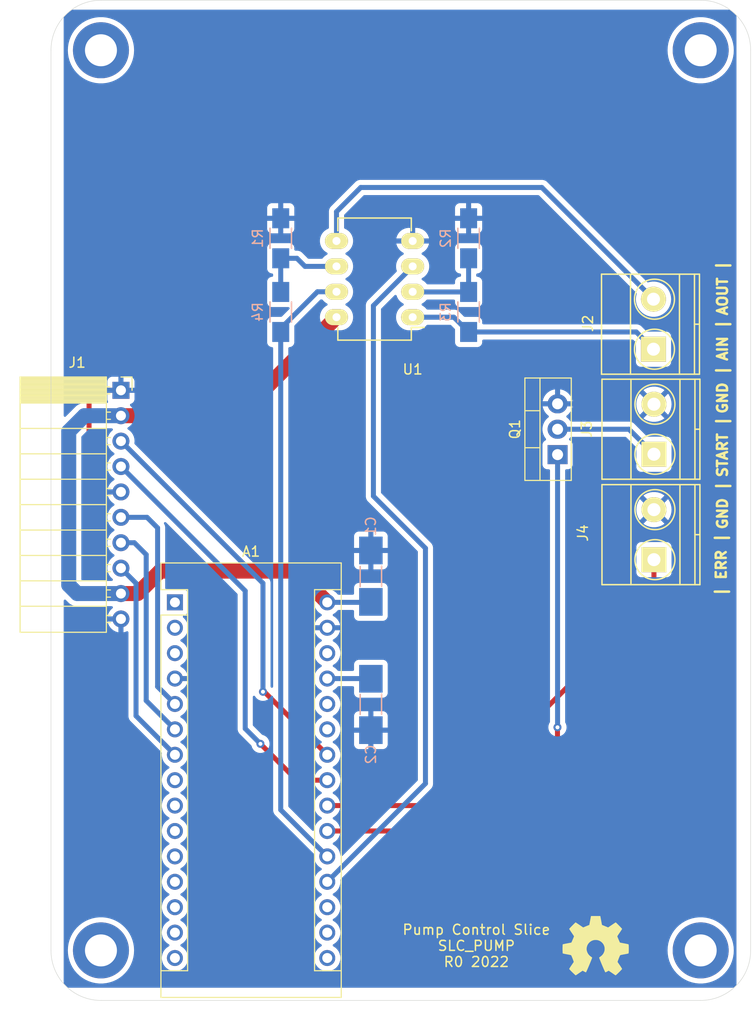
<source format=kicad_pcb>
(kicad_pcb (version 20240108) (generator "pcbnew") (generator_version "8.0")
  (layers (0 "F.Cu" signal) (31 "B.Cu" signal) (34 "B.Paste" user) (35 "F.Paste" user) (36 "B.SilkS" user "B.Silkscreen") (37 "F.SilkS" user "F.Silkscreen") (38 "B.Mask" user) (39 "F.Mask" user) (44 "Edge.Cuts" user))
  (net 0 "")
  (net 4 "GND")
  (net 7 "/A_TO_PUMP")
  (net 8 "+5V")
  (net 9 "/A_FB")
  (net 10 "/start_sw")
  (net 11 "/error_io")
  (net 14 "/I2C_CLK")
  (net 16 "/I2C_DAT")
  (net 18 "/SYNC")
  (net 20 "/E_STOP")
  (net 28 "+12V")
  (net 29 "/INT")
  (net 30 "/start")
  (net 31 "Net-(R1-Pad2)")
  (net 32 "Net-(R2-Pad2)")
  (net 33 "/A_IN")
  (net 34 "/A_OUT")
  (footprint "MountingHole:MountingHole_3.2mm_M3_DIN965_Pad" (layer "F.Cu") (at 127.6 44.8)
    (property "Reference" "H1" (hide yes))
    (property "Value" "MountingHole")
    (pad "1" thru_hole circle (at 0 0) (size 5.6 5.6) (drill 3.2) (layers "*.Cu" "*.Mask"))
  )
  (footprint "MountingHole:MountingHole_3.2mm_M3_DIN965_Pad" (layer "F.Cu") (at 187.6 44.8)
    (property "Reference" "H2" (hide yes))
    (property "Value" "MountingHole")
    (pad "1" thru_hole circle (at 0 0) (size 5.6 5.6) (drill 3.2) (layers "*.Cu" "*.Mask"))
  )
  (footprint "MountingHole:MountingHole_3.2mm_M3_DIN965_Pad" (layer "F.Cu") (at 127.6 134.8)
    (property "Reference" "H3" (hide yes))
    (property "Value" "MountingHole")
    (pad "1" thru_hole circle (at 0 0) (size 5.6 5.6) (drill 3.2) (layers "*.Cu" "*.Mask"))
  )
  (footprint "MountingHole:MountingHole_3.2mm_M3_DIN965_Pad" (layer "F.Cu") (at 187.6 134.8)
    (property "Reference" "H4" (hide yes))
    (property "Value" "MountingHole")
    (pad "1" thru_hole circle (at 0 0) (size 5.6 5.6) (drill 3.2) (layers "*.Cu" "*.Mask"))
  )
  (footprint "Module:Arduino_Nano" (layer "F.Cu") (at 135 100)
    (property "Reference" "A1" (at 7.62 -5.08 0) (layer "F.SilkS"))
    (property "Value" "Arduino_Nano_v3.x")
    (fp_line (start -1.4 -3.94) (end -1.4 -1.27) (stroke (width 0.12)) (layer "F.SilkS"))
    (fp_line (start -1.4 1.27) (end -1.4 39.5) (stroke (width 0.12)) (layer "F.SilkS"))
    (fp_line (start -1.4 39.5) (end 16.64 39.5) (stroke (width 0.12)) (layer "F.SilkS"))
    (fp_line (start 1.27 -1.27) (end -1.4 -1.27) (stroke (width 0.12)) (layer "F.SilkS"))
    (fp_line (start 1.27 1.27) (end -1.4 1.27) (stroke (width 0.12)) (layer "F.SilkS"))
    (fp_line (start 1.27 1.27) (end 1.27 -1.27) (stroke (width 0.12)) (layer "F.SilkS"))
    (fp_line (start 1.27 1.27) (end 1.27 36.83) (stroke (width 0.12)) (layer "F.SilkS"))
    (fp_line (start 1.27 36.83) (end -1.4 36.83) (stroke (width 0.12)) (layer "F.SilkS"))
    (fp_line (start 13.97 -1.27) (end 13.97 36.83) (stroke (width 0.12)) (layer "F.SilkS"))
    (fp_line (start 13.97 -1.27) (end 16.64 -1.27) (stroke (width 0.12)) (layer "F.SilkS"))
    (fp_line (start 13.97 36.83) (end 16.64 36.83) (stroke (width 0.12)) (layer "F.SilkS"))
    (fp_line (start 16.64 -3.94) (end -1.4 -3.94) (stroke (width 0.12)) (layer "F.SilkS"))
    (fp_line (start 16.64 39.5) (end 16.64 -3.94) (stroke (width 0.12)) (layer "F.SilkS"))
    (pad "1" thru_hole rect (at 0 0) (size 1.6 1.6) (drill 1) (layers "*.Cu" "*.Mask"))
    (pad "2" thru_hole oval (at 0 2.54) (size 1.6 1.6) (drill 1) (layers "*.Cu" "*.Mask"))
    (pad "3" thru_hole oval (at 0 5.08) (size 1.6 1.6) (drill 1) (layers "*.Cu" "*.Mask"))
    (pad "4" thru_hole oval (at 0 7.62) (size 1.6 1.6) (drill 1) (layers "*.Cu" "*.Mask") (net 4 "GND"))
    (pad "5" thru_hole oval (at 0 10.16) (size 1.6 1.6) (drill 1) (layers "*.Cu" "*.Mask") (net 20 "/E_STOP"))
    (pad "6" thru_hole oval (at 0 12.7) (size 1.6 1.6) (drill 1) (layers "*.Cu" "*.Mask") (net 29 "/INT"))
    (pad "7" thru_hole oval (at 0 15.24) (size 1.6 1.6) (drill 1) (layers "*.Cu" "*.Mask") (net 18 "/SYNC"))
    (pad "8" thru_hole oval (at 0 17.78) (size 1.6 1.6) (drill 1) (layers "*.Cu" "*.Mask"))
    (pad "9" thru_hole oval (at 0 20.32) (size 1.6 1.6) (drill 1) (layers "*.Cu" "*.Mask"))
    (pad "10" thru_hole oval (at 0 22.86) (size 1.6 1.6) (drill 1) (layers "*.Cu" "*.Mask"))
    (pad "11" thru_hole oval (at 0 25.4) (size 1.6 1.6) (drill 1) (layers "*.Cu" "*.Mask"))
    (pad "12" thru_hole oval (at 0 27.94) (size 1.6 1.6) (drill 1) (layers "*.Cu" "*.Mask"))
    (pad "13" thru_hole oval (at 0 30.48) (size 1.6 1.6) (drill 1) (layers "*.Cu" "*.Mask"))
    (pad "14" thru_hole oval (at 0 33.02) (size 1.6 1.6) (drill 1) (layers "*.Cu" "*.Mask"))
    (pad "15" thru_hole oval (at 0 35.56) (size 1.6 1.6) (drill 1) (layers "*.Cu" "*.Mask"))
    (pad "16" thru_hole oval (at 15.24 35.56) (size 1.6 1.6) (drill 1) (layers "*.Cu" "*.Mask"))
    (pad "17" thru_hole oval (at 15.24 33.02) (size 1.6 1.6) (drill 1) (layers "*.Cu" "*.Mask"))
    (pad "18" thru_hole oval (at 15.24 30.48) (size 1.6 1.6) (drill 1) (layers "*.Cu" "*.Mask"))
    (pad "19" thru_hole oval (at 15.24 27.94) (size 1.6 1.6) (drill 1) (layers "*.Cu" "*.Mask") (net 7 "/A_TO_PUMP"))
    (pad "20" thru_hole oval (at 15.24 25.4) (size 1.6 1.6) (drill 1) (layers "*.Cu" "*.Mask") (net 9 "/A_FB"))
    (pad "21" thru_hole oval (at 15.24 22.86) (size 1.6 1.6) (drill 1) (layers "*.Cu" "*.Mask") (net 10 "/start_sw"))
    (pad "22" thru_hole oval (at 15.24 20.32) (size 1.6 1.6) (drill 1) (layers "*.Cu" "*.Mask") (net 11 "/error_io"))
    (pad "23" thru_hole oval (at 15.24 17.78) (size 1.6 1.6) (drill 1) (layers "*.Cu" "*.Mask") (net 16 "/I2C_DAT"))
    (pad "24" thru_hole oval (at 15.24 15.24) (size 1.6 1.6) (drill 1) (layers "*.Cu" "*.Mask") (net 14 "/I2C_CLK"))
    (pad "25" thru_hole oval (at 15.24 12.7) (size 1.6 1.6) (drill 1) (layers "*.Cu" "*.Mask"))
    (pad "26" thru_hole oval (at 15.24 10.16) (size 1.6 1.6) (drill 1) (layers "*.Cu" "*.Mask"))
    (pad "27" thru_hole oval (at 15.24 7.62) (size 1.6 1.6) (drill 1) (layers "*.Cu" "*.Mask") (net 8 "+5V"))
    (pad "28" thru_hole oval (at 15.24 5.08) (size 1.6 1.6) (drill 1) (layers "*.Cu" "*.Mask"))
    (pad "29" thru_hole oval (at 15.24 2.54) (size 1.6 1.6) (drill 1) (layers "*.Cu" "*.Mask") (net 4 "GND"))
    (pad "30" thru_hole oval (at 15.24 0) (size 1.6 1.6) (drill 1) (layers "*.Cu" "*.Mask") (net 28 "+12V"))
  )
  (footprint "Connector_PinSocket_2.54mm:PinSocket_1x10_P2.54mm_Horizontal" (layer "F.Cu") (at 129.6 78.8)
    (property "Reference" "J1" (at -4.38 -2.77 0) (layer "F.SilkS"))
    (property "Value" "Conn_01x10_Female")
    (fp_line (start -10.09 -1.33) (end -10.09 24.19) (stroke (width 0.12)) (layer "F.SilkS"))
    (fp_line (start -10.09 -1.33) (end -1.46 -1.33) (stroke (width 0.12)) (layer "F.SilkS"))
    (fp_line (start -10.09 -1.21) (end -1.46 -1.21) (stroke (width 0.12)) (layer "F.SilkS"))
    (fp_line (start -10.09 -1.091905) (end -1.46 -1.091905) (stroke (width 0.12)) (layer "F.SilkS"))
    (fp_line (start -10.09 -0.97381) (end -1.46 -0.97381) (stroke (width 0.12)) (layer "F.SilkS"))
    (fp_line (start -10.09 -0.855715) (end -1.46 -0.855715) (stroke (width 0.12)) (layer "F.SilkS"))
    (fp_line (start -10.09 -0.73762) (end -1.46 -0.73762) (stroke (width 0.12)) (layer "F.SilkS"))
    (fp_line (start -10.09 -0.619525) (end -1.46 -0.619525) (stroke (width 0.12)) (layer "F.SilkS"))
    (fp_line (start -10.09 -0.50143) (end -1.46 -0.50143) (stroke (width 0.12)) (layer "F.SilkS"))
    (fp_line (start -10.09 -0.383335) (end -1.46 -0.383335) (stroke (width 0.12)) (layer "F.SilkS"))
    (fp_line (start -10.09 -0.26524) (end -1.46 -0.26524) (stroke (width 0.12)) (layer "F.SilkS"))
    (fp_line (start -10.09 -0.147145) (end -1.46 -0.147145) (stroke (width 0.12)) (layer "F.SilkS"))
    (fp_line (start -10.09 -0.02905) (end -1.46 -0.02905) (stroke (width 0.12)) (layer "F.SilkS"))
    (fp_line (start -10.09 0.089045) (end -1.46 0.089045) (stroke (width 0.12)) (layer "F.SilkS"))
    (fp_line (start -10.09 0.20714) (end -1.46 0.20714) (stroke (width 0.12)) (layer "F.SilkS"))
    (fp_line (start -10.09 0.325235) (end -1.46 0.325235) (stroke (width 0.12)) (layer "F.SilkS"))
    (fp_line (start -10.09 0.44333) (end -1.46 0.44333) (stroke (width 0.12)) (layer "F.SilkS"))
    (fp_line (start -10.09 0.561425) (end -1.46 0.561425) (stroke (width 0.12)) (layer "F.SilkS"))
    (fp_line (start -10.09 0.67952) (end -1.46 0.67952) (stroke (width 0.12)) (layer "F.SilkS"))
    (fp_line (start -10.09 0.797615) (end -1.46 0.797615) (stroke (width 0.12)) (layer "F.SilkS"))
    (fp_line (start -10.09 0.91571) (end -1.46 0.91571) (stroke (width 0.12)) (layer "F.SilkS"))
    (fp_line (start -10.09 1.033805) (end -1.46 1.033805) (stroke (width 0.12)) (layer "F.SilkS"))
    (fp_line (start -10.09 1.1519) (end -1.46 1.1519) (stroke (width 0.12)) (layer "F.SilkS"))
    (fp_line (start -10.09 1.27) (end -1.46 1.27) (stroke (width 0.12)) (layer "F.SilkS"))
    (fp_line (start -10.09 3.81) (end -1.46 3.81) (stroke (width 0.12)) (layer "F.SilkS"))
    (fp_line (start -10.09 6.35) (end -1.46 6.35) (stroke (width 0.12)) (layer "F.SilkS"))
    (fp_line (start -10.09 8.89) (end -1.46 8.89) (stroke (width 0.12)) (layer "F.SilkS"))
    (fp_line (start -10.09 11.43) (end -1.46 11.43) (stroke (width 0.12)) (layer "F.SilkS"))
    (fp_line (start -10.09 13.97) (end -1.46 13.97) (stroke (width 0.12)) (layer "F.SilkS"))
    (fp_line (start -10.09 16.51) (end -1.46 16.51) (stroke (width 0.12)) (layer "F.SilkS"))
    (fp_line (start -10.09 19.05) (end -1.46 19.05) (stroke (width 0.12)) (layer "F.SilkS"))
    (fp_line (start -10.09 21.59) (end -1.46 21.59) (stroke (width 0.12)) (layer "F.SilkS"))
    (fp_line (start -10.09 24.19) (end -1.46 24.19) (stroke (width 0.12)) (layer "F.SilkS"))
    (fp_line (start -1.46 -1.33) (end -1.46 24.19) (stroke (width 0.12)) (layer "F.SilkS"))
    (fp_line (start -1.46 -0.36) (end -1.11 -0.36) (stroke (width 0.12)) (layer "F.SilkS"))
    (fp_line (start -1.46 0.36) (end -1.11 0.36) (stroke (width 0.12)) (layer "F.SilkS"))
    (fp_line (start -1.46 2.18) (end -1.05 2.18) (stroke (width 0.12)) (layer "F.SilkS"))
    (fp_line (start -1.46 2.9) (end -1.05 2.9) (stroke (width 0.12)) (layer "F.SilkS"))
    (fp_line (start -1.46 4.72) (end -1.05 4.72) (stroke (width 0.12)) (layer "F.SilkS"))
    (fp_line (start -1.46 5.44) (end -1.05 5.44) (stroke (width 0.12)) (layer "F.SilkS"))
    (fp_line (start -1.46 7.26) (end -1.05 7.26) (stroke (width 0.12)) (layer "F.SilkS"))
    (fp_line (start -1.46 7.98) (end -1.05 7.98) (stroke (width 0.12)) (layer "F.SilkS"))
    (fp_line (start -1.46 9.8) (end -1.05 9.8) (stroke (width 0.12)) (layer "F.SilkS"))
    (fp_line (start -1.46 10.52) (end -1.05 10.52) (stroke (width 0.12)) (layer "F.SilkS"))
    (fp_line (start -1.46 12.34) (end -1.05 12.34) (stroke (width 0.12)) (layer "F.SilkS"))
    (fp_line (start -1.46 13.06) (end -1.05 13.06) (stroke (width 0.12)) (layer "F.SilkS"))
    (fp_line (start -1.46 14.88) (end -1.05 14.88) (stroke (width 0.12)) (layer "F.SilkS"))
    (fp_line (start -1.46 15.6) (end -1.05 15.6) (stroke (width 0.12)) (layer "F.SilkS"))
    (fp_line (start -1.46 17.42) (end -1.05 17.42) (stroke (width 0.12)) (layer "F.SilkS"))
    (fp_line (start -1.46 18.14) (end -1.05 18.14) (stroke (width 0.12)) (layer "F.SilkS"))
    (fp_line (start -1.46 19.96) (end -1.05 19.96) (stroke (width 0.12)) (layer "F.SilkS"))
    (fp_line (start -1.46 20.68) (end -1.05 20.68) (stroke (width 0.12)) (layer "F.SilkS"))
    (fp_line (start -1.46 22.5) (end -1.05 22.5) (stroke (width 0.12)) (layer "F.SilkS"))
    (fp_line (start -1.46 23.22) (end -1.05 23.22) (stroke (width 0.12)) (layer "F.SilkS"))
    (fp_line (start 0 -1.33) (end 1.11 -1.33) (stroke (width 0.12)) (layer "F.SilkS"))
    (fp_line (start 1.11 -1.33) (end 1.11 0) (stroke (width 0.12)) (layer "F.SilkS"))
    (pad "1" thru_hole rect (at 0 0) (size 1.7 1.7) (drill 1) (layers "*.Cu" "*.Mask") (net 4 "GND"))
    (pad "2" thru_hole oval (at 0 2.54) (size 1.7 1.7) (drill 1) (layers "*.Cu" "*.Mask") (net 28 "+12V"))
    (pad "3" thru_hole oval (at 0 5.08) (size 1.7 1.7) (drill 1) (layers "*.Cu" "*.Mask") (net 14 "/I2C_CLK"))
    (pad "4" thru_hole oval (at 0 7.62) (size 1.7 1.7) (drill 1) (layers "*.Cu" "*.Mask") (net 16 "/I2C_DAT"))
    (pad "5" thru_hole oval (at 0 10.16) (size 1.7 1.7) (drill 1) (layers "*.Cu" "*.Mask") (net 4 "GND"))
    (pad "6" thru_hole oval (at 0 12.7) (size 1.7 1.7) (drill 1) (layers "*.Cu" "*.Mask") (net 20 "/E_STOP"))
    (pad "7" thru_hole oval (at 0 15.24) (size 1.7 1.7) (drill 1) (layers "*.Cu" "*.Mask") (net 29 "/INT"))
    (pad "8" thru_hole oval (at 0 17.78) (size 1.7 1.7) (drill 1) (layers "*.Cu" "*.Mask") (net 18 "/SYNC"))
    (pad "9" thru_hole oval (at 0 20.32) (size 1.7 1.7) (drill 1) (layers "*.Cu" "*.Mask") (net 28 "+12V"))
    (pad "10" thru_hole oval (at 0 22.86) (size 1.7 1.7) (drill 1) (layers "*.Cu" "*.Mask") (net 4 "GND"))
  )
  (footprint "Symbol:OSHW-Symbol_6.7x6mm_SilkScreen" (layer "F.Cu") (at 177.083 134.339)
    (property "Reference" "Logo1" (hide yes))
    (property "Value" "Logo_Open_Hardware_Small" (hide yes))
    (fp_poly (pts (xy 0.555814 -2.531069) (xy 0.639635 -2.086445) (xy 0.94892 -1.958947) (xy 1.258206 -1.831449) (xy 1.629246 -2.083754) (xy 1.733157 -2.154004) (xy 1.827087 -2.216728) (xy 1.906652 -2.269062) (xy 1.96747 -2.308143) (xy 2.005157 -2.331107) (xy 2.015421 -2.336058) (xy 2.03391 -2.323324) (xy 2.07342 -2.288118) (xy 2.129522 -2.234938) (xy 2.197787 -2.168282) (xy 2.273786 -2.092646) (xy 2.353092 -2.012528) (xy 2.431275 -1.932426) (xy 2.503907 -1.856836) (xy 2.566559 -1.790255) (xy 2.614803 -1.737182) (xy 2.64421 -1.702113) (xy 2.651241 -1.690377) (xy 2.641123 -1.66874) (xy 2.612759 -1.621338) (xy 2.569129 -1.552807) (xy 2.513218 -1.467785) (xy 2.448006 -1.370907) (xy 2.410219 -1.31565) (xy 2.341343 -1.214752) (xy 2.28014 -1.123701) (xy 2.229578 -1.04703) (xy 2.192628 -0.989272) (xy 2.172258 -0.954957) (xy 2.169197 -0.947746) (xy 2.176136 -0.927252) (xy 2.195051 -0.879487) (xy 2.223087 -0.811168) (xy 2.257391 -0.729011) (xy 2.295109 -0.63973) (xy 2.333387 -0.550042) (xy 2.36937 -0.466662) (xy 2.400206 -0.396306) (xy 2.423039 -0.34569) (xy 2.435017 -0.321529) (xy 2.435724 -0.320578) (xy 2.454531 -0.315964) (xy 2.504618 -0.305672) (xy 2.580793 -0.290713) (xy 2.677865 -0.272099) (xy 2.790643 -0.250841) (xy 2.856442 -0.238582) (xy 2.97695 -0.215638) (xy 3.085797 -0.193805) (xy 3.177476 -0.174278) (xy 3.246481 -0.158252) (xy 3.287304 -0.146921) (xy 3.295511 -0.143326) (xy 3.303548 -0.118994) (xy 3.310033 -0.064041) (xy 3.31497 0.015108) (xy 3.318364 0.112026) (xy 3.320218 0.220287) (xy 3.320538 0.333465) (xy 3.319327 0.445135) (xy 3.31659 0.548868) (xy 3.312331 0.638241) (xy 3.306555 0.706826) (xy 3.299267 0.748197) (xy 3.294895 0.75681) (xy 3.268764 0.767133) (xy 3.213393 0.781892) (xy 3.136107 0.799352) (xy 3.04423 0.81778) (xy 3.012158 0.823741) (xy 2.857524 0.852066) (xy 2.735375 0.874876) (xy 2.641673 0.89308) (xy 2.572384 0.907583) (xy 2.523471 0.919292) (xy 2.490897 0.929115) (xy 2.470628 0.937956) (xy 2.458626 0.946724) (xy 2.456947 0.948457) (xy 2.440184 0.976371) (xy 2.414614 1.030695) (xy 2.382788 1.104777) (xy 2.34726 1.191965) (xy 2.310583 1.285608) (xy 2.275311 1.379052) (xy 2.243996 1.465647) (xy 2.219193 1.53874) (xy 2.203454 1.591678) (xy 2.199332 1.617811) (xy 2.199676 1.618726) (xy 2.213641 1.640086) (xy 2.245322 1.687084) (xy 2.291391 1.754827) (xy 2.348518 1.838423) (xy 2.413373 1.932982) (xy 2.431843 1.959854) (xy 2.497699 2.057275) (xy 2.55565 2.146163) (xy 2.602538 2.221412) (xy 2.635207 2.27792) (xy 2.6505 2.310581) (xy 2.651241 2.314593) (xy 2.638392 2.335684) (xy 2.602888 2.377464) (xy 2.549293 2.435445) (xy 2.482171 2.505135) (xy 2.406087 2.582045) (xy 2.325604 2.661683) (xy 2.245287 2.739561) (xy 2.169699 2.811186) (xy 2.103405 2.87207) (xy 2.050969 2.917721) (xy 2.016955 2.94365) (xy 2.007545 2.947883) (xy 1.985643 2.937912) (xy 1.9408 2.91102) (xy 1.880321 2.871736) (xy 1.833789 2.840117) (xy 1.749475 2.782098) (xy 1.649626 2.713784) (xy 1.549473 2.645579) (xy 1.495627 2.609075) (xy 1.313371 2.4858) (xy 1.160381 2.56852) (xy 1.090682 2.604759) (xy 1.031414 2.632926) (xy 0.991311 2.648991) (xy 0.981103 2.651226) (xy 0.968829 2.634722) (xy 0.944613 2.588082) (xy 0.910263 2.515609) (xy 0.867588 2.421606) (xy 0.818394 2.310374) (xy 0.76449 2.186215) (xy 0.707684 2.053432) (xy 0.649782 1.916327) (xy 0.592593 1.779202) (xy 0.537924 1.646358) (xy 0.487584 1.522098) (xy 0.44338 1.410725) (xy 0.407119 1.316539) (xy 0.380609 1.243844) (xy 0.365658 1.196941) (xy 0.363254 1.180833) (xy 0.382311 1.160286) (xy 0.424036 1.126933) (xy 0.479706 1.087702) (xy 0.484378 1.084599) (xy 0.628264 0.969423) (xy 0.744283 0.835053) (xy 0.83143 0.685784) (xy 0.888699 0.525913) (xy 0.915086 0.359737) (xy 0.909585 0.191552) (xy 0.87119 0.025655) (xy 0.798895 -0.133658) (xy 0.777626 -0.168513) (xy 0.666996 -0.309263) (xy 0.536302 -0.422286) (xy 0.390064 -0.506997) (xy 0.232808 -0.562806) (xy 0.069057 -0.589126) (xy -0.096667 -0.58537) (xy -0.259838 -0.55095) (xy -0.415935 -0.485277) (xy -0.560433 -0.387765) (xy -0.605131 -0.348187) (xy -0.718888 -0.224297) (xy -0.801782 -0.093876) (xy -0.858644 0.052315) (xy -0.890313 0.197088) (xy -0.898131 0.35986) (xy -0.872062 0.52344) (xy -0.814755 0.682298) (xy -0.728856 0.830906) (xy -0.617014 0.963735) (xy -0.481877 1.075256) (xy -0.464117 1.087011) (xy -0.40785 1.125508) (xy -0.365077 1.158863) (xy -0.344628 1.18016) (xy -0.344331 1.180833) (xy -0.348721 1.203871) (xy -0.366124 1.256157) (xy -0.394732 1.33339) (xy -0.432735 1.431268) (xy -0.478326 1.545491) (xy -0.529697 1.671758) (xy -0.585038 1.805767) (xy -0.642542 1.943218) (xy -0.700399 2.079808) (xy -0.756802 2.211237) (xy -0.809942 2.333205) (xy -0.85801 2.441409) (xy -0.899199 2.531549) (xy -0.931699 2.599323) (xy -0.953703 2.64043) (xy -0.962564 2.651226) (xy -0.98964 2.642819) (xy -1.040303 2.620272) (xy -1.105817 2.587613) (xy -1.141841 2.56852) (xy -1.294832 2.4858) (xy -1.477088 2.609075) (xy -1.570125 2.672228) (xy -1.671985 2.741727) (xy -1.767438 2.807165) (xy -1.81525 2.840117) (xy -1.882495 2.885273) (xy -1.939436 2.921057) (xy -1.978646 2.942938) (xy -1.991381 2.947563) (xy -2.009917 2.935085) (xy -2.050941 2.900252) (xy -2.110475 2.846678) (xy -2.184542 2.777983) (xy -2.269165 2.697781) (xy -2.322685 2.646286) (xy -2.416319 2.554286) (xy -2.497241 2.471999) (xy -2.562177 2.402945) (xy -2.607858 2.350644) (xy -2.631011 2.318616) (xy -2.633232 2.312116) (xy -2.622924 2.287394) (xy -2.594439 2.237405) (xy -2.550937 2.167212) (xy -2.495577 2.081875) (xy -2.43152 1.986456) (xy -2.413303 1.959854) (xy -2.346927 1.863167) (xy -2.287378 1.776117) (xy -2.237984 1.703595) (xy -2.202075 1.650493) (xy -2.182981 1.621703) (xy -2.181136 1.618726) (xy -2.183895 1.595782) (xy -2.198538 1.545336) (xy -2.222513 1.474041) (xy -2.253266 1.388547) (xy -2.288244 1.295507) (xy -2.324893 1.201574) (xy -2.360661 1.113399) (xy -2.392994 1.037634) (xy -2.419338 0.980931) (xy -2.437142 0.949943) (xy -2.438407 0.948457) (xy -2.449294 0.939601) (xy -2.467682 0.930843) (xy -2.497606 0.921277) (xy -2.543103 0.909996) (xy -2.608209 0.896093) (xy -2.696961 0.878663) (xy -2.813393 0.856798) (xy -2.961542 0.829591) (xy -2.993618 0.823741) (xy -3.088686 0.805374) (xy -3.171565 0.787405) (xy -3.23493 0.771569) (xy -3.271458 0.7596) (xy -3.276356 0.75681) (xy -3.284427 0.732072) (xy -3.290987 0.67679) (xy -3.296033 0.597389) (xy -3.299559 0.500296) (xy -3.301561 0.391938) (xy -3.302036 0.27874) (xy -3.300977 0.167128) (xy -3.298382 0.063529) (xy -3.294246 -0.025632) (xy -3.288563 -0.093928) (xy -3.281331 -0.134934) (xy -3.276971 -0.143326) (xy -3.252698 -0.151792) (xy -3.197426 -0.165565) (xy -3.116662 -0.18345) (xy -3.015912 -0.204252) (xy -2.900683 -0.226777) (xy -2.837902 -0.238582) (xy -2.718787 -0.260849) (xy -2.612565 -0.281021) (xy -2.524427 -0.298085) (xy -2.459566 -0.311031) (xy -2.423174 -0.318845) (xy -2.417184 -0.320578) (xy -2.407061 -0.34011) (xy -2.385662 -0.387157) (xy -2.355839 -0.454997) (xy -2.320445 -0.536909) (xy -2.282332 -0.626172) (xy -2.244353 -0.716065) (xy -2.20936 -0.799865) (xy -2.180206 -0.870853) (xy -2.159743 -0.922306) (xy -2.150823 -0.947503) (xy -2.150657 -0.948604) (xy -2.160769 -0.968481) (xy -2.189117 -1.014223) (xy -2.232723 -1.081283) (xy -2.288606 -1.165116) (xy -2.353787 -1.261174) (xy -2.391679 -1.31635) (xy -2.460725 -1.417519) (xy -2.52205 -1.50937) (xy -2.572663 -1.587256) (xy -2.609571 -1.646531) (xy -2.629782 -1.682549) (xy -2.632701 -1.690623) (xy -2.620153 -1.709416) (xy -2.585463 -1.749543) (xy -2.533063 -1.806507) (xy -2.467384 -1.875815) (xy -2.392856 -1.952969) (xy -2.313913 -2.033475) (xy -2.234983 -2.112837) (xy -2.1605 -2.18656) (xy -2.094894 -2.250148) (xy -2.042596 -2.299106) (xy -2.008039 -2.328939) (xy -1.996478 -2.336058) (xy -1.977654 -2.326047) (xy -1.932631 -2.297922) (xy -1.865787 -2.254546) (xy -1.781499 -2.198782) (xy -1.684144 -2.133494) (xy -1.610707 -2.083754) (xy -1.239667 -1.831449) (xy -0.621095 -2.086445) (xy -0.537275 -2.531069) (xy -0.453454 -2.975693) (xy 0.471994 -2.975693) (xy 0.555814 -2.531069)) (stroke (width 0.01)) (fill solid) (layer "F.SilkS"))
  )
  (footprint "Package_TO_SOT_THT:TO-220-3_Vertical" (layer "F.Cu") (at 173.283 85.23 90)
    (property "Reference" "Q1" (at 2.54 -4.27 90) (layer "F.SilkS"))
    (property "Value" "TIP120")
    (fp_line (start 7.66 -3.27) (end 7.66 1.371) (stroke (width 0.12)) (layer "F.SilkS"))
    (fp_line (start 4.391 -3.27) (end 4.391 -1.76) (stroke (width 0.12)) (layer "F.SilkS"))
    (fp_line (start 0.69 -3.27) (end 0.69 -1.76) (stroke (width 0.12)) (layer "F.SilkS"))
    (fp_line (start -2.58 -3.27) (end 7.66 -3.27) (stroke (width 0.12)) (layer "F.SilkS"))
    (fp_line (start -2.58 -3.27) (end -2.58 1.371) (stroke (width 0.12)) (layer "F.SilkS"))
    (fp_line (start -2.58 -1.76) (end 7.66 -1.76) (stroke (width 0.12)) (layer "F.SilkS"))
    (fp_line (start -2.58 1.371) (end 7.66 1.371) (stroke (width 0.12)) (layer "F.SilkS"))
    (pad "1" thru_hole rect (at 0 0 90) (size 1.905 2) (drill 1.1) (layers "*.Cu" "*.Mask") (net 10 "/start_sw"))
    (pad "2" thru_hole oval (at 2.54 0 90) (size 1.905 2) (drill 1.1) (layers "*.Cu" "*.Mask") (net 30 "/start"))
    (pad "3" thru_hole oval (at 5.08 0 90) (size 1.905 2) (drill 1.1) (layers "*.Cu" "*.Mask") (net 4 "GND"))
  )
  (footprint "OCI:DIP-8_W7.62mm_LongPads" (layer "F.Cu") (at 158.785 71.489 180)
    (property "Reference" "U1" (at 0 -5.22 0) (layer "F.SilkS"))
    (property "Value" "LM358")
    (fp_line (start 7.485 9.915) (end 7.485 8.645) (stroke (width 0.15)) (layer "F.SilkS"))
    (fp_line (start 7.485 -2.295) (end 7.485 -1.025) (stroke (width 0.15)) (layer "F.SilkS"))
    (fp_line (start 0.135 9.915) (end 7.485 9.915) (stroke (width 0.15)) (layer "F.SilkS"))
    (fp_line (start 0.135 9.915) (end 0.135 8.645) (stroke (width 0.15)) (layer "F.SilkS"))
    (fp_line (start 0.135 -1.025) (end -1.15 -1.025) (stroke (width 0.15)) (layer "F.SilkS"))
    (fp_line (start 0.135 -2.295) (end 7.485 -2.295) (stroke (width 0.15)) (layer "F.SilkS"))
    (fp_line (start 0.135 -2.295) (end 0.135 -1.025) (stroke (width 0.15)) (layer "F.SilkS"))
    (pad "1" thru_hole oval (at 0 0 180) (size 2.3 1.6) (drill 0.8) (layers "*.Cu" "*.Mask" "F.SilkS") (net 33 "/A_IN"))
    (pad "2" thru_hole oval (at 0 2.54 180) (size 2.3 1.6) (drill 0.8) (layers "*.Cu" "*.Mask" "F.SilkS") (net 32 "Net-(R2-Pad2)"))
    (pad "3" thru_hole oval (at 0 5.08 180) (size 2.3 1.6) (drill 0.8) (layers "*.Cu" "*.Mask" "F.SilkS") (net 7 "/A_TO_PUMP"))
    (pad "4" thru_hole oval (at 0 7.62 180) (size 2.3 1.6) (drill 0.8) (layers "*.Cu" "*.Mask" "F.SilkS") (net 4 "GND"))
    (pad "5" thru_hole oval (at 7.62 7.62 180) (size 2.3 1.6) (drill 0.8) (layers "*.Cu" "*.Mask" "F.SilkS") (net 34 "/A_OUT"))
    (pad "6" thru_hole oval (at 7.62 5.08 180) (size 2.3 1.6) (drill 0.8) (layers "*.Cu" "*.Mask" "F.SilkS") (net 31 "Net-(R1-Pad2)"))
    (pad "7" thru_hole oval (at 7.62 2.54 180) (size 2.3 1.6) (drill 0.8) (layers "*.Cu" "*.Mask" "F.SilkS") (net 9 "/A_FB"))
    (pad "8" thru_hole oval (at 7.62 0 180) (size 2.3 1.6) (drill 0.8) (layers "*.Cu" "*.Mask" "F.SilkS") (net 28 "+12V"))
  )
  (footprint "OCI:TerminalBlock_Pheonix_MKDS1.5-2pol" (layer "F.Cu") (at 182.879 74.689 90)
    (property "Reference" "J2" (at 2.58 -6.558 90) (layer "F.SilkS"))
    (property "Value" "Term_2")
    (fp_line (start 7.5 -5.2) (end -2.5 -5.2) (stroke (width 0.15)) (layer "F.SilkS"))
    (fp_line (start -2.5 -5.2) (end -2.5 4.6) (stroke (width 0.15)) (layer "F.SilkS"))
    (fp_line (start -2.5 -2.3) (end 7.5 -2.3) (stroke (width 0.15)) (layer "F.SilkS"))
    (fp_line (start -2.5 2.6) (end 7.5 2.6) (stroke (width 0.15)) (layer "F.SilkS"))
    (fp_line (start 2.5 4.1) (end 2.5 4.6) (stroke (width 0.15)) (layer "F.SilkS"))
    (fp_line (start -2.5 4.1) (end 7.5 4.1) (stroke (width 0.15)) (layer "F.SilkS"))
    (fp_line (start 7.5 4.6) (end 7.5 -5.2) (stroke (width 0.15)) (layer "F.SilkS"))
    (fp_line (start -2.5 4.6) (end 7.5 4.6) (stroke (width 0.15)) (layer "F.SilkS"))
    (fp_circle (center 5 0.1) (end 3 0.1) (stroke (width 0.15)) (fill none) (layer "F.SilkS"))
    (fp_circle (center 0 0.1) (end 2 0.1) (stroke (width 0.15)) (fill none) (layer "F.SilkS"))
    (pad "1" thru_hole rect (at 0 0 90) (size 2.5 2.5) (drill 1.3) (layers "*.Cu" "*.Mask" "F.SilkS") (net 33 "/A_IN"))
    (pad "2" thru_hole circle (at 5 0 90) (size 2.5 2.5) (drill 1.3) (layers "*.Cu" "*.Mask" "F.SilkS") (net 34 "/A_OUT"))
  )
  (footprint "OCI:TerminalBlock_Pheonix_MKDS1.5-2pol" (layer "F.Cu") (at 182.925 85.19 90)
    (property "Reference" "J3" (at 2.5 -6.731 90) (layer "F.SilkS"))
    (property "Value" "Term_2")
    (fp_line (start 7.5 -5.2) (end -2.5 -5.2) (stroke (width 0.15)) (layer "F.SilkS"))
    (fp_line (start -2.5 -5.2) (end -2.5 4.6) (stroke (width 0.15)) (layer "F.SilkS"))
    (fp_line (start -2.5 -2.3) (end 7.5 -2.3) (stroke (width 0.15)) (layer "F.SilkS"))
    (fp_line (start -2.5 2.6) (end 7.5 2.6) (stroke (width 0.15)) (layer "F.SilkS"))
    (fp_line (start 2.5 4.1) (end 2.5 4.6) (stroke (width 0.15)) (layer "F.SilkS"))
    (fp_line (start -2.5 4.1) (end 7.5 4.1) (stroke (width 0.15)) (layer "F.SilkS"))
    (fp_line (start 7.5 4.6) (end 7.5 -5.2) (stroke (width 0.15)) (layer "F.SilkS"))
    (fp_line (start -2.5 4.6) (end 7.5 4.6) (stroke (width 0.15)) (layer "F.SilkS"))
    (fp_circle (center 5 0.1) (end 3 0.1) (stroke (width 0.15)) (fill none) (layer "F.SilkS"))
    (fp_circle (center 0 0.1) (end 2 0.1) (stroke (width 0.15)) (fill none) (layer "F.SilkS"))
    (pad "1" thru_hole rect (at 0 0 90) (size 2.5 2.5) (drill 1.3) (layers "*.Cu" "*.Mask" "F.SilkS") (net 30 "/start"))
    (pad "2" thru_hole circle (at 5 0 90) (size 2.5 2.5) (drill 1.3) (layers "*.Cu" "*.Mask" "F.SilkS") (net 4 "GND"))
  )
  (footprint "OCI:TerminalBlock_Pheonix_MKDS1.5-2pol" (layer "F.Cu") (at 182.925 95.731 90)
    (property "Reference" "J4" (at 2.667 -7.112 90) (layer "F.SilkS"))
    (property "Value" "Term_2")
    (fp_line (start 7.5 -5.2) (end -2.5 -5.2) (stroke (width 0.15)) (layer "F.SilkS"))
    (fp_line (start -2.5 -5.2) (end -2.5 4.6) (stroke (width 0.15)) (layer "F.SilkS"))
    (fp_line (start -2.5 -2.3) (end 7.5 -2.3) (stroke (width 0.15)) (layer "F.SilkS"))
    (fp_line (start -2.5 2.6) (end 7.5 2.6) (stroke (width 0.15)) (layer "F.SilkS"))
    (fp_line (start 2.5 4.1) (end 2.5 4.6) (stroke (width 0.15)) (layer "F.SilkS"))
    (fp_line (start -2.5 4.1) (end 7.5 4.1) (stroke (width 0.15)) (layer "F.SilkS"))
    (fp_line (start 7.5 4.6) (end 7.5 -5.2) (stroke (width 0.15)) (layer "F.SilkS"))
    (fp_line (start -2.5 4.6) (end 7.5 4.6) (stroke (width 0.15)) (layer "F.SilkS"))
    (fp_circle (center 5 0.1) (end 3 0.1) (stroke (width 0.15)) (fill none) (layer "F.SilkS"))
    (fp_circle (center 0 0.1) (end 2 0.1) (stroke (width 0.15)) (fill none) (layer "F.SilkS"))
    (pad "1" thru_hole rect (at 0 0 90) (size 2.5 2.5) (drill 1.3) (layers "*.Cu" "*.Mask" "F.SilkS") (net 11 "/error_io"))
    (pad "2" thru_hole circle (at 5 0 90) (size 2.5 2.5) (drill 1.3) (layers "*.Cu" "*.Mask" "F.SilkS") (net 4 "GND"))
  )
  (footprint "OCI_UPL_FOOTPRINTS:C_2312" (layer "B.Cu") (at 154.604 110.209 -90)
    (property "Reference" "C2" (at 5 0 90) (layer "B.SilkS") (effects (justify mirror)))
    (property "Value" "10uF_t")
    (fp_line (start 1 1.07) (end -1.01 1.07) (stroke (width 0.15)) (layer "B.SilkS"))
    (fp_line (start 0.97 -1.07) (end -1.04 -1.07) (stroke (width 0.15)) (layer "B.SilkS"))
    (pad "1" smd rect (at -2.57 0 270) (size 2.77 2.35) (layers "B.Cu" "B.Paste" "B.Mask") (net 8 "+5V"))
    (pad "2" smd rect (at 2.57 0 270) (size 2.77 2.35) (layers "B.Cu" "B.Paste" "B.Mask") (net 4 "GND"))
  )
  (footprint "OCI_UPL_FOOTPRINTS:C_2312" (layer "B.Cu") (at 154.604 97.382 90)
    (property "Reference" "C1" (at 5 0 90) (layer "B.SilkS") (effects (justify mirror)))
    (property "Value" "10uF_t")
    (fp_line (start 0.97 -1.07) (end -1.04 -1.07) (stroke (width 0.15)) (layer "B.SilkS"))
    (fp_line (start 1 1.07) (end -1.01 1.07) (stroke (width 0.15)) (layer "B.SilkS"))
    (pad "1" smd rect (at -2.57 0 90) (size 2.77 2.35) (layers "B.Cu" "B.Paste" "B.Mask") (net 28 "+12V"))
    (pad "2" smd rect (at 2.57 0 90) (size 2.77 2.35) (layers "B.Cu" "B.Paste" "B.Mask") (net 4 "GND"))
  )
  (footprint "OCI:R_1206_HandSoldering" (layer "B.Cu") (at 164.383 63.6 -90)
    (property "Reference" "R2" (at 0 2.3 90) (layer "B.SilkS") (effects (justify mirror)))
    (property "Value" "1k")
    (fp_line (start -1 1.075) (end 1 1.075) (stroke (width 0.15)) (layer "B.SilkS"))
    (fp_line (start 1 -1.075) (end -1 -1.075) (stroke (width 0.15)) (layer "B.SilkS"))
    (pad "1" smd rect (at -2 0 270) (size 2 1.7) (layers "B.Cu" "B.Paste" "B.Mask") (net 4 "GND"))
    (pad "2" smd rect (at 2 0 270) (size 2 1.7) (layers "B.Cu" "B.Paste" "B.Mask") (net 32 "Net-(R2-Pad2)"))
  )
  (footprint "OCI:R_1206_HandSoldering" (layer "B.Cu") (at 145.587 63.6 -90)
    (property "Reference" "R1" (at 0 2.3 90) (layer "B.SilkS") (effects (justify mirror)))
    (property "Value" "1k")
    (fp_line (start -1 1.075) (end 1 1.075) (stroke (width 0.15)) (layer "B.SilkS"))
    (fp_line (start 1 -1.075) (end -1 -1.075) (stroke (width 0.15)) (layer "B.SilkS"))
    (pad "1" smd rect (at -2 0 270) (size 2 1.7) (layers "B.Cu" "B.Paste" "B.Mask") (net 4 "GND"))
    (pad "2" smd rect (at 2 0 270) (size 2 1.7) (layers "B.Cu" "B.Paste" "B.Mask") (net 31 "Net-(R1-Pad2)"))
  )
  (footprint "OCI:R_1206_HandSoldering" (layer "B.Cu") (at 164.383 70.966 -90)
    (property "Reference" "R3" (at 0 2.3 90) (layer "B.SilkS") (effects (justify mirror)))
    (property "Value" "1k")
    (fp_line (start -1 1.075) (end 1 1.075) (stroke (width 0.15)) (layer "B.SilkS"))
    (fp_line (start 1 -1.075) (end -1 -1.075) (stroke (width 0.15)) (layer "B.SilkS"))
    (pad "1" smd rect (at -2 0 270) (size 2 1.7) (layers "B.Cu" "B.Paste" "B.Mask") (net 32 "Net-(R2-Pad2)"))
    (pad "2" smd rect (at 2 0 270) (size 2 1.7) (layers "B.Cu" "B.Paste" "B.Mask") (net 33 "/A_IN"))
  )
  (footprint "OCI:R_1206_HandSoldering" (layer "B.Cu") (at 145.587 70.966 -90)
    (property "Reference" "R4" (at 0 2.3 90) (layer "B.SilkS") (effects (justify mirror)))
    (property "Value" "4k")
    (fp_line (start -1 1.075) (end 1 1.075) (stroke (width 0.15)) (layer "B.SilkS"))
    (fp_line (start 1 -1.075) (end -1 -1.075) (stroke (width 0.15)) (layer "B.SilkS"))
    (pad "1" smd rect (at -2 0 270) (size 2 1.7) (layers "B.Cu" "B.Paste" "B.Mask") (net 31 "Net-(R1-Pad2)"))
    (pad "2" smd rect (at 2 0 270) (size 2 1.7) (layers "B.Cu" "B.Paste" "B.Mask") (net 9 "/A_FB"))
  )
  (gr_line (start 192.6 44.8) (end 192.6 134.8) (stroke (width 0.05)) (layer "Edge.Cuts"))
  (gr_arc (start 187.6 39.8) (mid 191.135534 41.264466) (end 192.6 44.8) (stroke (width 0.05)) (layer "Edge.Cuts"))
  (gr_arc (start 127.6 139.8) (mid 124.064466 138.335534) (end 122.6 134.8) (stroke (width 0.05)) (layer "Edge.Cuts"))
  (gr_line (start 127.6 139.8) (end 187.6 139.8) (stroke (width 0.05)) (layer "Edge.Cuts"))
  (gr_line (start 122.6 134.8) (end 122.6 44.8) (stroke (width 0.05)) (layer "Edge.Cuts"))
  (gr_arc (start 122.6 44.8) (mid 124.064466 41.264466) (end 127.6 39.8) (stroke (width 0.05)) (layer "Edge.Cuts"))
  (gr_line (start 127.6 39.8) (end 187.6 39.8) (stroke (width 0.05)) (layer "Edge.Cuts"))
  (gr_arc (start 192.6 134.8) (mid 191.135534 138.335534) (end 187.6 139.8) (stroke (width 0.05)) (layer "Edge.Cuts"))
  (gr_text "| ERR |" (at 189.656 96.239 90) (layer "F.SilkS") (effects (font (size 1 1) (thickness 0.25))))
  (gr_text "AIN |" (at 189.783 73.76 90) (layer "F.SilkS") (effects (font (size 1 1) (thickness 0.25))))
  (gr_text "Pump Control Slice\nSLC_PUMP\nR0 2022" (at 165.161999 134.339 0) (layer "F.SilkS") (effects (font (size 1 1))))
  (gr_text "AOUT |" (at 189.783 68.553 90) (layer "F.SilkS") (effects (font (size 1 1) (thickness 0.25))))
  (gr_text "START |" (at 189.783 84.428 90) (layer "F.SilkS") (effects (font (size 1 1) (thickness 0.25))))
  (gr_text "GND |" (at 189.783 78.713 90) (layer "F.SilkS") (effects (font (size 1 1) (thickness 0.25))))
  (gr_text "GND |" (at 189.783 90.27 90) (layer "F.SilkS") (effects (font (size 1 1) (thickness 0.25))))
  (segment (start 127.212 78.8) (end 126.41 79.602) (width 0.5) (layer "F.Cu") (net 4))
  (segment (start 126.41 79.602) (end 126.41 87.984) (width 0.5) (layer "F.Cu") (net 4))
  (segment (start 129.6 78.8) (end 127.212 78.8) (width 0.5) (layer "F.Cu") (net 4))
  (segment (start 126.41 87.984) (end 127.386 88.96) (width 0.5) (layer "F.Cu") (net 4))
  (segment (start 127.386 88.96) (end 129.6 88.96) (width 0.5) (layer "F.Cu") (net 4))
  (segment (start 154.858 89.381) (end 160.065 94.588) (width 0.5) (layer "B.Cu") (net 7))
  (segment (start 160.065 118.115) (end 150.24 127.94) (width 0.5) (layer "B.Cu") (net 7))
  (segment (start 154.858 70.336) (end 154.858 89.381) (width 0.5) (layer "B.Cu") (net 7))
  (segment (start 160.065 94.588) (end 160.065 118.115) (width 0.5) (layer "B.Cu") (net 7))
  (segment (start 158.785 66.409) (end 154.858 70.336) (width 0.5) (layer "B.Cu") (net 7))
  (segment (start 150.24 107.62) (end 154.585 107.62) (width 0.5) (layer "B.Cu") (net 8))
  (segment (start 154.585 107.62) (end 154.604 107.639) (width 0.5) (layer "B.Cu") (net 8))
  (segment (start 145.587 72.966) (end 145.587 120.747) (width 0.5) (layer "B.Cu") (net 9))
  (segment (start 145.587 72.966) (end 145.587 72.617) (width 0.5) (layer "B.Cu") (net 9))
  (segment (start 145.587 72.617) (end 149.255 68.949) (width 0.5) (layer "B.Cu") (net 9))
  (segment (start 149.255 68.949) (end 151.165 68.949) (width 0.5) (layer "B.Cu") (net 9))
  (segment (start 145.587 120.747) (end 150.24 125.4) (width 0.5) (layer "B.Cu") (net 9))
  (segment (start 164.178 122.86) (end 173.273 113.765) (width 0.5) (layer "F.Cu") (net 10))
  (segment (start 173.273 113.765) (end 173.273 112.495) (width 0.5) (layer "F.Cu") (net 10))
  (segment (start 150.24 122.86) (end 164.178 122.86) (width 0.5) (layer "F.Cu") (net 10))
  (via (at 173.273 112.495) (size 0.8) (drill 0.4) (layers "F.Cu" "B.Cu") (net 10))
  (segment (start 173.283 112.485) (end 173.283 85.23) (width 0.5) (layer "B.Cu") (net 10))
  (segment (start 173.273 112.495) (end 173.283 112.485) (width 0.5) (layer "B.Cu") (net 10))
  (segment (start 182.925 99.795) (end 182.925 95.731) (width 0.5) (layer "F.Cu") (net 11))
  (segment (start 162.4 120.32) (end 182.925 99.795) (width 0.5) (layer "F.Cu") (net 11))
  (segment (start 150.24 120.32) (end 162.4 120.32) (width 0.5) (layer "F.Cu") (net 11))
  (segment (start 143.939 108.939) (end 150.24 115.24) (width 0.5) (layer "F.Cu") (net 14))
  (segment (start 143.809 108.939) (end 143.939 108.939) (width 0.5) (layer "F.Cu") (net 14))
  (via (at 143.809 108.939) (size 0.8) (drill 0.4) (layers "F.Cu" "B.Cu") (net 14))
  (segment (start 143.809 98.089) (end 143.809 108.939) (width 0.5) (layer "B.Cu") (net 14))
  (segment (start 129.6 83.88) (end 143.809 98.089) (width 0.5) (layer "B.Cu") (net 14))
  (segment (start 147.189 117.78) (end 150.24 117.78) (width 0.5) (layer "F.Cu") (net 16))
  (segment (start 143.555 114.146) (end 147.189 117.78) (width 0.5) (layer "F.Cu") (net 16))
  (via (at 143.555 114.146) (size 0.8) (drill 0.4) (layers "F.Cu" "B.Cu") (net 16))
  (segment (start 142.031 98.851) (end 142.031 112.622) (width 0.5) (layer "B.Cu") (net 16))
  (segment (start 142.031 112.622) (end 143.555 114.146) (width 0.5) (layer "B.Cu") (net 16))
  (segment (start 129.6 86.42) (end 142.031 98.851) (width 0.5) (layer "B.Cu") (net 16))
  (segment (start 131.109 111.349) (end 131.109 98.089) (width 0.5) (layer "B.Cu") (net 18))
  (segment (start 131.109 98.089) (end 129.6 96.58) (width 0.5) (layer "B.Cu") (net 18))
  (segment (start 135 115.24) (end 131.109 111.349) (width 0.5) (layer "B.Cu") (net 18))
  (segment (start 135 110.16) (end 133.268 108.428) (width 0.5) (layer "B.Cu") (net 20))
  (segment (start 132.212 91.5) (end 129.6 91.5) (width 0.5) (layer "B.Cu") (net 20))
  (segment (start 133.268 92.556) (end 132.212 91.5) (width 0.5) (layer "B.Cu") (net 20))
  (segment (start 133.268 108.428) (end 133.268 92.556) (width 0.5) (layer "B.Cu") (net 20))
  (segment (start 147.114 96.874) (end 150.24 100) (width 1.5) (layer "F.Cu") (net 28))
  (segment (start 131.276 99.12) (end 133.522 96.874) (width 1.5) (layer "F.Cu") (net 28))
  (segment (start 129.6 99.12) (end 131.276 99.12) (width 1.5) (layer "F.Cu") (net 28))
  (segment (start 141.314 81.34) (end 151.165 71.489) (width 1.5) (layer "F.Cu") (net 28))
  (segment (start 129.6 81.34) (end 141.314 81.34) (width 1.5) (layer "F.Cu") (net 28))
  (segment (start 133.522 96.874) (end 147.114 96.874) (width 1.5) (layer "F.Cu") (net 28))
  (segment (start 150.24 100) (end 154.556 100) (width 0.5) (layer "B.Cu") (net 28))
  (segment (start 124.378 82.904) (end 124.378 98.271) (width 1.5) (layer "B.Cu") (net 28))
  (segment (start 124.378 98.271) (end 125.227 99.12) (width 1.5) (layer "B.Cu") (net 28))
  (segment (start 125.942 81.34) (end 124.378 82.904) (width 1.5) (layer "B.Cu") (net 28))
  (segment (start 129.6 81.34) (end 125.942 81.34) (width 1.5) (layer "B.Cu") (net 28))
  (segment (start 125.227 99.12) (end 129.6 99.12) (width 1.5) (layer "B.Cu") (net 28))
  (segment (start 154.556 100) (end 154.604 99.952) (width 0.5) (layer "B.Cu") (net 28))
  (segment (start 132.125 95.223) (end 130.942 94.04) (width 0.5) (layer "B.Cu") (net 29))
  (segment (start 132.125 109.825) (end 132.125 95.223) (width 0.5) (layer "B.Cu") (net 29))
  (segment (start 130.942 94.04) (end 129.6 94.04) (width 0.5) (layer "B.Cu") (net 29))
  (segment (start 135 112.7) (end 132.125 109.825) (width 0.5) (layer "B.Cu") (net 29))
  (segment (start 173.283 82.69) (end 180.425 82.69) (width 0.5) (layer "B.Cu") (net 30))
  (segment (start 180.425 82.69) (end 182.925 85.19) (width 0.5) (layer "B.Cu") (net 30))
  (segment (start 145.587 68.966) (end 145.587 65.6) (width 0.5) (layer "B.Cu") (net 31))
  (segment (start 148.015 66.409) (end 151.165 66.409) (width 0.5) (layer "B.Cu") (net 31))
  (segment (start 145.587 65.6) (end 147.206 65.6) (width 0.5) (layer "B.Cu") (net 31))
  (segment (start 147.206 65.6) (end 148.015 66.409) (width 0.5) (layer "B.Cu") (net 31))
  (segment (start 158.802 68.966) (end 158.785 68.949) (width 0.5) (layer "B.Cu") (net 32))
  (segment (start 164.383 68.966) (end 158.802 68.966) (width 0.5) (layer "B.Cu") (net 32))
  (segment (start 164.383 68.966) (end 164.383 65.6) (width 0.5) (layer "B.Cu") (net 32))
  (segment (start 181.156 72.966) (end 182.879 74.689) (width 0.5) (layer "B.Cu") (net 33))
  (segment (start 162.906 71.489) (end 164.383 72.966) (width 0.5) (layer "B.Cu") (net 33))
  (segment (start 164.383 72.966) (end 181.156 72.966) (width 0.5) (layer "B.Cu") (net 33))
  (segment (start 158.785 71.489) (end 162.906 71.489) (width 0.5) (layer "B.Cu") (net 33))
  (segment (start 151.165 63.869) (end 151.165 60.943) (width 0.5) (layer "B.Cu") (net 34))
  (segment (start 182.879 69.689) (end 171.71 58.52) (width 0.5) (layer "B.Cu") (net 34))
  (segment (start 151.165 60.943) (end 153.588 58.52) (width 0.5) (layer "B.Cu") (net 34))
  (segment (start 171.71 58.52) (end 153.588 58.52) (width 0.5) (layer "B.Cu") (net 34))
  (zone (net 4) (net_name "GND") (layer "B.Cu") (connect_pads (clearance 0.508)) (min_thickness 0.254) (fill yes (thermal_gap 0.508) (thermal_bridge_width 0.508))
    (polygon (pts (xy 191.18 138.53) (xy 123.87 138.53) (xy 123.87 40.74) (xy 191.18 40.74)))
  )
)
</source>
